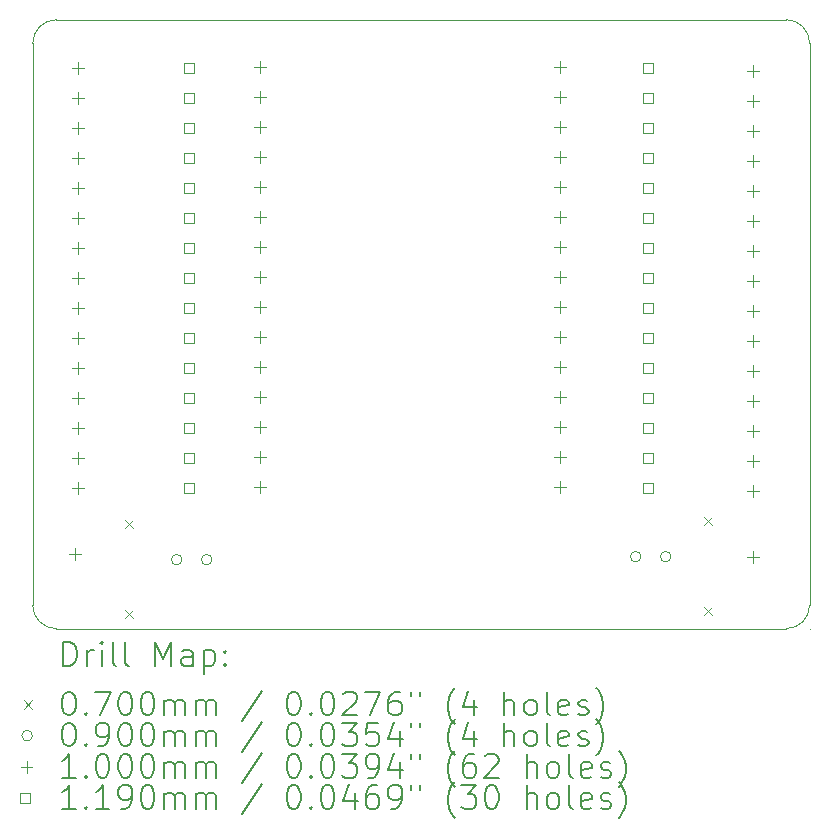
<source format=gbr>
%TF.GenerationSoftware,KiCad,Pcbnew,8.0.7*%
%TF.CreationDate,2025-01-22T20:40:01+05:30*%
%TF.ProjectId,Esp_Test,4573705f-5465-4737-942e-6b696361645f,rev?*%
%TF.SameCoordinates,Original*%
%TF.FileFunction,Drillmap*%
%TF.FilePolarity,Positive*%
%FSLAX45Y45*%
G04 Gerber Fmt 4.5, Leading zero omitted, Abs format (unit mm)*
G04 Created by KiCad (PCBNEW 8.0.7) date 2025-01-22 20:40:01*
%MOMM*%
%LPD*%
G01*
G04 APERTURE LIST*
%ADD10C,0.038100*%
%ADD11C,0.200000*%
%ADD12C,0.100000*%
%ADD13C,0.119000*%
G04 APERTURE END LIST*
D10*
X25835000Y-3581400D02*
G75*
G02*
X26035000Y-3781400I0J-200000D01*
G01*
X19656400Y-3581400D02*
X25835000Y-3581400D01*
X19456400Y-3781400D02*
G75*
G02*
X19656400Y-3581400I200000J0D01*
G01*
X19656400Y-8737600D02*
X25835000Y-8737600D01*
X26035000Y-8737600D02*
X26035000Y-8737600D01*
X26035000Y-3781400D02*
X26035000Y-8537600D01*
X19656400Y-8737600D02*
G75*
G02*
X19456400Y-8537600I0J200000D01*
G01*
X26035000Y-8537600D02*
G75*
G02*
X25835000Y-8737600I-200000J0D01*
G01*
X19456400Y-8537600D02*
X19456400Y-3781400D01*
D11*
D12*
X20234200Y-7813600D02*
X20304200Y-7883600D01*
X20304200Y-7813600D02*
X20234200Y-7883600D01*
X20234200Y-8575600D02*
X20304200Y-8645600D01*
X20304200Y-8575600D02*
X20234200Y-8645600D01*
X25136400Y-7788200D02*
X25206400Y-7858200D01*
X25206400Y-7788200D02*
X25136400Y-7858200D01*
X25136400Y-8550200D02*
X25206400Y-8620200D01*
X25206400Y-8550200D02*
X25136400Y-8620200D01*
X20720100Y-8153400D02*
G75*
G02*
X20630100Y-8153400I-45000J0D01*
G01*
X20630100Y-8153400D02*
G75*
G02*
X20720100Y-8153400I45000J0D01*
G01*
X20974100Y-8153400D02*
G75*
G02*
X20884100Y-8153400I-45000J0D01*
G01*
X20884100Y-8153400D02*
G75*
G02*
X20974100Y-8153400I45000J0D01*
G01*
X24606800Y-8128000D02*
G75*
G02*
X24516800Y-8128000I-45000J0D01*
G01*
X24516800Y-8128000D02*
G75*
G02*
X24606800Y-8128000I45000J0D01*
G01*
X24860800Y-8128000D02*
G75*
G02*
X24770800Y-8128000I-45000J0D01*
G01*
X24770800Y-8128000D02*
G75*
G02*
X24860800Y-8128000I45000J0D01*
G01*
X19812000Y-8052600D02*
X19812000Y-8152600D01*
X19762000Y-8102600D02*
X19862000Y-8102600D01*
X19837400Y-3937800D02*
X19837400Y-4037800D01*
X19787400Y-3987800D02*
X19887400Y-3987800D01*
X19837400Y-4191800D02*
X19837400Y-4291800D01*
X19787400Y-4241800D02*
X19887400Y-4241800D01*
X19837400Y-4445800D02*
X19837400Y-4545800D01*
X19787400Y-4495800D02*
X19887400Y-4495800D01*
X19837400Y-4699800D02*
X19837400Y-4799800D01*
X19787400Y-4749800D02*
X19887400Y-4749800D01*
X19837400Y-4953800D02*
X19837400Y-5053800D01*
X19787400Y-5003800D02*
X19887400Y-5003800D01*
X19837400Y-5207800D02*
X19837400Y-5307800D01*
X19787400Y-5257800D02*
X19887400Y-5257800D01*
X19837400Y-5461800D02*
X19837400Y-5561800D01*
X19787400Y-5511800D02*
X19887400Y-5511800D01*
X19837400Y-5715800D02*
X19837400Y-5815800D01*
X19787400Y-5765800D02*
X19887400Y-5765800D01*
X19837400Y-5969800D02*
X19837400Y-6069800D01*
X19787400Y-6019800D02*
X19887400Y-6019800D01*
X19837400Y-6223800D02*
X19837400Y-6323800D01*
X19787400Y-6273800D02*
X19887400Y-6273800D01*
X19837400Y-6477800D02*
X19837400Y-6577800D01*
X19787400Y-6527800D02*
X19887400Y-6527800D01*
X19837400Y-6731800D02*
X19837400Y-6831800D01*
X19787400Y-6781800D02*
X19887400Y-6781800D01*
X19837400Y-6985800D02*
X19837400Y-7085800D01*
X19787400Y-7035800D02*
X19887400Y-7035800D01*
X19837400Y-7239800D02*
X19837400Y-7339800D01*
X19787400Y-7289800D02*
X19887400Y-7289800D01*
X19837400Y-7493800D02*
X19837400Y-7593800D01*
X19787400Y-7543800D02*
X19887400Y-7543800D01*
X21380000Y-3929000D02*
X21380000Y-4029000D01*
X21330000Y-3979000D02*
X21430000Y-3979000D01*
X21380000Y-4183000D02*
X21380000Y-4283000D01*
X21330000Y-4233000D02*
X21430000Y-4233000D01*
X21380000Y-4437000D02*
X21380000Y-4537000D01*
X21330000Y-4487000D02*
X21430000Y-4487000D01*
X21380000Y-4691000D02*
X21380000Y-4791000D01*
X21330000Y-4741000D02*
X21430000Y-4741000D01*
X21380000Y-4945000D02*
X21380000Y-5045000D01*
X21330000Y-4995000D02*
X21430000Y-4995000D01*
X21380000Y-5199000D02*
X21380000Y-5299000D01*
X21330000Y-5249000D02*
X21430000Y-5249000D01*
X21380000Y-5453000D02*
X21380000Y-5553000D01*
X21330000Y-5503000D02*
X21430000Y-5503000D01*
X21380000Y-5707000D02*
X21380000Y-5807000D01*
X21330000Y-5757000D02*
X21430000Y-5757000D01*
X21380000Y-5961000D02*
X21380000Y-6061000D01*
X21330000Y-6011000D02*
X21430000Y-6011000D01*
X21380000Y-6215000D02*
X21380000Y-6315000D01*
X21330000Y-6265000D02*
X21430000Y-6265000D01*
X21380000Y-6469000D02*
X21380000Y-6569000D01*
X21330000Y-6519000D02*
X21430000Y-6519000D01*
X21380000Y-6723000D02*
X21380000Y-6823000D01*
X21330000Y-6773000D02*
X21430000Y-6773000D01*
X21380000Y-6977000D02*
X21380000Y-7077000D01*
X21330000Y-7027000D02*
X21430000Y-7027000D01*
X21380000Y-7231000D02*
X21380000Y-7331000D01*
X21330000Y-7281000D02*
X21430000Y-7281000D01*
X21380000Y-7485000D02*
X21380000Y-7585000D01*
X21330000Y-7535000D02*
X21430000Y-7535000D01*
X23920000Y-3929000D02*
X23920000Y-4029000D01*
X23870000Y-3979000D02*
X23970000Y-3979000D01*
X23920000Y-4183000D02*
X23920000Y-4283000D01*
X23870000Y-4233000D02*
X23970000Y-4233000D01*
X23920000Y-4437000D02*
X23920000Y-4537000D01*
X23870000Y-4487000D02*
X23970000Y-4487000D01*
X23920000Y-4691000D02*
X23920000Y-4791000D01*
X23870000Y-4741000D02*
X23970000Y-4741000D01*
X23920000Y-4945000D02*
X23920000Y-5045000D01*
X23870000Y-4995000D02*
X23970000Y-4995000D01*
X23920000Y-5199000D02*
X23920000Y-5299000D01*
X23870000Y-5249000D02*
X23970000Y-5249000D01*
X23920000Y-5453000D02*
X23920000Y-5553000D01*
X23870000Y-5503000D02*
X23970000Y-5503000D01*
X23920000Y-5707000D02*
X23920000Y-5807000D01*
X23870000Y-5757000D02*
X23970000Y-5757000D01*
X23920000Y-5961000D02*
X23920000Y-6061000D01*
X23870000Y-6011000D02*
X23970000Y-6011000D01*
X23920000Y-6215000D02*
X23920000Y-6315000D01*
X23870000Y-6265000D02*
X23970000Y-6265000D01*
X23920000Y-6469000D02*
X23920000Y-6569000D01*
X23870000Y-6519000D02*
X23970000Y-6519000D01*
X23920000Y-6723000D02*
X23920000Y-6823000D01*
X23870000Y-6773000D02*
X23970000Y-6773000D01*
X23920000Y-6977000D02*
X23920000Y-7077000D01*
X23870000Y-7027000D02*
X23970000Y-7027000D01*
X23920000Y-7231000D02*
X23920000Y-7331000D01*
X23870000Y-7281000D02*
X23970000Y-7281000D01*
X23920000Y-7485000D02*
X23920000Y-7585000D01*
X23870000Y-7535000D02*
X23970000Y-7535000D01*
X25552400Y-3963200D02*
X25552400Y-4063200D01*
X25502400Y-4013200D02*
X25602400Y-4013200D01*
X25552400Y-4217200D02*
X25552400Y-4317200D01*
X25502400Y-4267200D02*
X25602400Y-4267200D01*
X25552400Y-4471200D02*
X25552400Y-4571200D01*
X25502400Y-4521200D02*
X25602400Y-4521200D01*
X25552400Y-4725200D02*
X25552400Y-4825200D01*
X25502400Y-4775200D02*
X25602400Y-4775200D01*
X25552400Y-4979200D02*
X25552400Y-5079200D01*
X25502400Y-5029200D02*
X25602400Y-5029200D01*
X25552400Y-5233200D02*
X25552400Y-5333200D01*
X25502400Y-5283200D02*
X25602400Y-5283200D01*
X25552400Y-5487200D02*
X25552400Y-5587200D01*
X25502400Y-5537200D02*
X25602400Y-5537200D01*
X25552400Y-5741200D02*
X25552400Y-5841200D01*
X25502400Y-5791200D02*
X25602400Y-5791200D01*
X25552400Y-5995200D02*
X25552400Y-6095200D01*
X25502400Y-6045200D02*
X25602400Y-6045200D01*
X25552400Y-6249200D02*
X25552400Y-6349200D01*
X25502400Y-6299200D02*
X25602400Y-6299200D01*
X25552400Y-6503200D02*
X25552400Y-6603200D01*
X25502400Y-6553200D02*
X25602400Y-6553200D01*
X25552400Y-6757200D02*
X25552400Y-6857200D01*
X25502400Y-6807200D02*
X25602400Y-6807200D01*
X25552400Y-7011200D02*
X25552400Y-7111200D01*
X25502400Y-7061200D02*
X25602400Y-7061200D01*
X25552400Y-7265200D02*
X25552400Y-7365200D01*
X25502400Y-7315200D02*
X25602400Y-7315200D01*
X25552400Y-7519200D02*
X25552400Y-7619200D01*
X25502400Y-7569200D02*
X25602400Y-7569200D01*
X25552400Y-8078000D02*
X25552400Y-8178000D01*
X25502400Y-8128000D02*
X25602400Y-8128000D01*
D13*
X20819273Y-4029873D02*
X20819273Y-3945727D01*
X20735127Y-3945727D01*
X20735127Y-4029873D01*
X20819273Y-4029873D01*
X20819273Y-4283873D02*
X20819273Y-4199727D01*
X20735127Y-4199727D01*
X20735127Y-4283873D01*
X20819273Y-4283873D01*
X20819273Y-4537873D02*
X20819273Y-4453727D01*
X20735127Y-4453727D01*
X20735127Y-4537873D01*
X20819273Y-4537873D01*
X20819273Y-4791873D02*
X20819273Y-4707727D01*
X20735127Y-4707727D01*
X20735127Y-4791873D01*
X20819273Y-4791873D01*
X20819273Y-5045873D02*
X20819273Y-4961727D01*
X20735127Y-4961727D01*
X20735127Y-5045873D01*
X20819273Y-5045873D01*
X20819273Y-5299873D02*
X20819273Y-5215727D01*
X20735127Y-5215727D01*
X20735127Y-5299873D01*
X20819273Y-5299873D01*
X20819273Y-5553873D02*
X20819273Y-5469727D01*
X20735127Y-5469727D01*
X20735127Y-5553873D01*
X20819273Y-5553873D01*
X20819273Y-5807873D02*
X20819273Y-5723727D01*
X20735127Y-5723727D01*
X20735127Y-5807873D01*
X20819273Y-5807873D01*
X20819273Y-6061873D02*
X20819273Y-5977727D01*
X20735127Y-5977727D01*
X20735127Y-6061873D01*
X20819273Y-6061873D01*
X20819273Y-6315873D02*
X20819273Y-6231727D01*
X20735127Y-6231727D01*
X20735127Y-6315873D01*
X20819273Y-6315873D01*
X20819273Y-6569873D02*
X20819273Y-6485727D01*
X20735127Y-6485727D01*
X20735127Y-6569873D01*
X20819273Y-6569873D01*
X20819273Y-6823873D02*
X20819273Y-6739727D01*
X20735127Y-6739727D01*
X20735127Y-6823873D01*
X20819273Y-6823873D01*
X20819273Y-7077873D02*
X20819273Y-6993727D01*
X20735127Y-6993727D01*
X20735127Y-7077873D01*
X20819273Y-7077873D01*
X20819273Y-7331873D02*
X20819273Y-7247727D01*
X20735127Y-7247727D01*
X20735127Y-7331873D01*
X20819273Y-7331873D01*
X20819273Y-7585873D02*
X20819273Y-7501727D01*
X20735127Y-7501727D01*
X20735127Y-7585873D01*
X20819273Y-7585873D01*
X24705473Y-4029873D02*
X24705473Y-3945727D01*
X24621327Y-3945727D01*
X24621327Y-4029873D01*
X24705473Y-4029873D01*
X24705473Y-4283873D02*
X24705473Y-4199727D01*
X24621327Y-4199727D01*
X24621327Y-4283873D01*
X24705473Y-4283873D01*
X24705473Y-4537873D02*
X24705473Y-4453727D01*
X24621327Y-4453727D01*
X24621327Y-4537873D01*
X24705473Y-4537873D01*
X24705473Y-4791873D02*
X24705473Y-4707727D01*
X24621327Y-4707727D01*
X24621327Y-4791873D01*
X24705473Y-4791873D01*
X24705473Y-5045873D02*
X24705473Y-4961727D01*
X24621327Y-4961727D01*
X24621327Y-5045873D01*
X24705473Y-5045873D01*
X24705473Y-5299873D02*
X24705473Y-5215727D01*
X24621327Y-5215727D01*
X24621327Y-5299873D01*
X24705473Y-5299873D01*
X24705473Y-5553873D02*
X24705473Y-5469727D01*
X24621327Y-5469727D01*
X24621327Y-5553873D01*
X24705473Y-5553873D01*
X24705473Y-5807873D02*
X24705473Y-5723727D01*
X24621327Y-5723727D01*
X24621327Y-5807873D01*
X24705473Y-5807873D01*
X24705473Y-6061873D02*
X24705473Y-5977727D01*
X24621327Y-5977727D01*
X24621327Y-6061873D01*
X24705473Y-6061873D01*
X24705473Y-6315873D02*
X24705473Y-6231727D01*
X24621327Y-6231727D01*
X24621327Y-6315873D01*
X24705473Y-6315873D01*
X24705473Y-6569873D02*
X24705473Y-6485727D01*
X24621327Y-6485727D01*
X24621327Y-6569873D01*
X24705473Y-6569873D01*
X24705473Y-6823873D02*
X24705473Y-6739727D01*
X24621327Y-6739727D01*
X24621327Y-6823873D01*
X24705473Y-6823873D01*
X24705473Y-7077873D02*
X24705473Y-6993727D01*
X24621327Y-6993727D01*
X24621327Y-7077873D01*
X24705473Y-7077873D01*
X24705473Y-7331873D02*
X24705473Y-7247727D01*
X24621327Y-7247727D01*
X24621327Y-7331873D01*
X24705473Y-7331873D01*
X24705473Y-7585873D02*
X24705473Y-7501727D01*
X24621327Y-7501727D01*
X24621327Y-7585873D01*
X24705473Y-7585873D01*
D11*
X19715272Y-9050989D02*
X19715272Y-8850989D01*
X19715272Y-8850989D02*
X19762891Y-8850989D01*
X19762891Y-8850989D02*
X19791462Y-8860513D01*
X19791462Y-8860513D02*
X19810510Y-8879560D01*
X19810510Y-8879560D02*
X19820034Y-8898608D01*
X19820034Y-8898608D02*
X19829558Y-8936703D01*
X19829558Y-8936703D02*
X19829558Y-8965275D01*
X19829558Y-8965275D02*
X19820034Y-9003370D01*
X19820034Y-9003370D02*
X19810510Y-9022417D01*
X19810510Y-9022417D02*
X19791462Y-9041465D01*
X19791462Y-9041465D02*
X19762891Y-9050989D01*
X19762891Y-9050989D02*
X19715272Y-9050989D01*
X19915272Y-9050989D02*
X19915272Y-8917655D01*
X19915272Y-8955751D02*
X19924796Y-8936703D01*
X19924796Y-8936703D02*
X19934319Y-8927179D01*
X19934319Y-8927179D02*
X19953367Y-8917655D01*
X19953367Y-8917655D02*
X19972415Y-8917655D01*
X20039081Y-9050989D02*
X20039081Y-8917655D01*
X20039081Y-8850989D02*
X20029558Y-8860513D01*
X20029558Y-8860513D02*
X20039081Y-8870036D01*
X20039081Y-8870036D02*
X20048605Y-8860513D01*
X20048605Y-8860513D02*
X20039081Y-8850989D01*
X20039081Y-8850989D02*
X20039081Y-8870036D01*
X20162891Y-9050989D02*
X20143843Y-9041465D01*
X20143843Y-9041465D02*
X20134319Y-9022417D01*
X20134319Y-9022417D02*
X20134319Y-8850989D01*
X20267653Y-9050989D02*
X20248605Y-9041465D01*
X20248605Y-9041465D02*
X20239081Y-9022417D01*
X20239081Y-9022417D02*
X20239081Y-8850989D01*
X20496224Y-9050989D02*
X20496224Y-8850989D01*
X20496224Y-8850989D02*
X20562891Y-8993846D01*
X20562891Y-8993846D02*
X20629558Y-8850989D01*
X20629558Y-8850989D02*
X20629558Y-9050989D01*
X20810510Y-9050989D02*
X20810510Y-8946227D01*
X20810510Y-8946227D02*
X20800986Y-8927179D01*
X20800986Y-8927179D02*
X20781939Y-8917655D01*
X20781939Y-8917655D02*
X20743843Y-8917655D01*
X20743843Y-8917655D02*
X20724796Y-8927179D01*
X20810510Y-9041465D02*
X20791462Y-9050989D01*
X20791462Y-9050989D02*
X20743843Y-9050989D01*
X20743843Y-9050989D02*
X20724796Y-9041465D01*
X20724796Y-9041465D02*
X20715272Y-9022417D01*
X20715272Y-9022417D02*
X20715272Y-9003370D01*
X20715272Y-9003370D02*
X20724796Y-8984322D01*
X20724796Y-8984322D02*
X20743843Y-8974798D01*
X20743843Y-8974798D02*
X20791462Y-8974798D01*
X20791462Y-8974798D02*
X20810510Y-8965275D01*
X20905748Y-8917655D02*
X20905748Y-9117655D01*
X20905748Y-8927179D02*
X20924796Y-8917655D01*
X20924796Y-8917655D02*
X20962891Y-8917655D01*
X20962891Y-8917655D02*
X20981939Y-8927179D01*
X20981939Y-8927179D02*
X20991462Y-8936703D01*
X20991462Y-8936703D02*
X21000986Y-8955751D01*
X21000986Y-8955751D02*
X21000986Y-9012894D01*
X21000986Y-9012894D02*
X20991462Y-9031941D01*
X20991462Y-9031941D02*
X20981939Y-9041465D01*
X20981939Y-9041465D02*
X20962891Y-9050989D01*
X20962891Y-9050989D02*
X20924796Y-9050989D01*
X20924796Y-9050989D02*
X20905748Y-9041465D01*
X21086700Y-9031941D02*
X21096224Y-9041465D01*
X21096224Y-9041465D02*
X21086700Y-9050989D01*
X21086700Y-9050989D02*
X21077177Y-9041465D01*
X21077177Y-9041465D02*
X21086700Y-9031941D01*
X21086700Y-9031941D02*
X21086700Y-9050989D01*
X21086700Y-8927179D02*
X21096224Y-8936703D01*
X21096224Y-8936703D02*
X21086700Y-8946227D01*
X21086700Y-8946227D02*
X21077177Y-8936703D01*
X21077177Y-8936703D02*
X21086700Y-8927179D01*
X21086700Y-8927179D02*
X21086700Y-8946227D01*
D12*
X19384495Y-9344505D02*
X19454495Y-9414505D01*
X19454495Y-9344505D02*
X19384495Y-9414505D01*
D11*
X19753367Y-9270989D02*
X19772415Y-9270989D01*
X19772415Y-9270989D02*
X19791462Y-9280513D01*
X19791462Y-9280513D02*
X19800986Y-9290036D01*
X19800986Y-9290036D02*
X19810510Y-9309084D01*
X19810510Y-9309084D02*
X19820034Y-9347179D01*
X19820034Y-9347179D02*
X19820034Y-9394798D01*
X19820034Y-9394798D02*
X19810510Y-9432894D01*
X19810510Y-9432894D02*
X19800986Y-9451941D01*
X19800986Y-9451941D02*
X19791462Y-9461465D01*
X19791462Y-9461465D02*
X19772415Y-9470989D01*
X19772415Y-9470989D02*
X19753367Y-9470989D01*
X19753367Y-9470989D02*
X19734319Y-9461465D01*
X19734319Y-9461465D02*
X19724796Y-9451941D01*
X19724796Y-9451941D02*
X19715272Y-9432894D01*
X19715272Y-9432894D02*
X19705748Y-9394798D01*
X19705748Y-9394798D02*
X19705748Y-9347179D01*
X19705748Y-9347179D02*
X19715272Y-9309084D01*
X19715272Y-9309084D02*
X19724796Y-9290036D01*
X19724796Y-9290036D02*
X19734319Y-9280513D01*
X19734319Y-9280513D02*
X19753367Y-9270989D01*
X19905748Y-9451941D02*
X19915272Y-9461465D01*
X19915272Y-9461465D02*
X19905748Y-9470989D01*
X19905748Y-9470989D02*
X19896224Y-9461465D01*
X19896224Y-9461465D02*
X19905748Y-9451941D01*
X19905748Y-9451941D02*
X19905748Y-9470989D01*
X19981939Y-9270989D02*
X20115272Y-9270989D01*
X20115272Y-9270989D02*
X20029558Y-9470989D01*
X20229558Y-9270989D02*
X20248605Y-9270989D01*
X20248605Y-9270989D02*
X20267653Y-9280513D01*
X20267653Y-9280513D02*
X20277177Y-9290036D01*
X20277177Y-9290036D02*
X20286700Y-9309084D01*
X20286700Y-9309084D02*
X20296224Y-9347179D01*
X20296224Y-9347179D02*
X20296224Y-9394798D01*
X20296224Y-9394798D02*
X20286700Y-9432894D01*
X20286700Y-9432894D02*
X20277177Y-9451941D01*
X20277177Y-9451941D02*
X20267653Y-9461465D01*
X20267653Y-9461465D02*
X20248605Y-9470989D01*
X20248605Y-9470989D02*
X20229558Y-9470989D01*
X20229558Y-9470989D02*
X20210510Y-9461465D01*
X20210510Y-9461465D02*
X20200986Y-9451941D01*
X20200986Y-9451941D02*
X20191462Y-9432894D01*
X20191462Y-9432894D02*
X20181939Y-9394798D01*
X20181939Y-9394798D02*
X20181939Y-9347179D01*
X20181939Y-9347179D02*
X20191462Y-9309084D01*
X20191462Y-9309084D02*
X20200986Y-9290036D01*
X20200986Y-9290036D02*
X20210510Y-9280513D01*
X20210510Y-9280513D02*
X20229558Y-9270989D01*
X20420034Y-9270989D02*
X20439081Y-9270989D01*
X20439081Y-9270989D02*
X20458129Y-9280513D01*
X20458129Y-9280513D02*
X20467653Y-9290036D01*
X20467653Y-9290036D02*
X20477177Y-9309084D01*
X20477177Y-9309084D02*
X20486700Y-9347179D01*
X20486700Y-9347179D02*
X20486700Y-9394798D01*
X20486700Y-9394798D02*
X20477177Y-9432894D01*
X20477177Y-9432894D02*
X20467653Y-9451941D01*
X20467653Y-9451941D02*
X20458129Y-9461465D01*
X20458129Y-9461465D02*
X20439081Y-9470989D01*
X20439081Y-9470989D02*
X20420034Y-9470989D01*
X20420034Y-9470989D02*
X20400986Y-9461465D01*
X20400986Y-9461465D02*
X20391462Y-9451941D01*
X20391462Y-9451941D02*
X20381939Y-9432894D01*
X20381939Y-9432894D02*
X20372415Y-9394798D01*
X20372415Y-9394798D02*
X20372415Y-9347179D01*
X20372415Y-9347179D02*
X20381939Y-9309084D01*
X20381939Y-9309084D02*
X20391462Y-9290036D01*
X20391462Y-9290036D02*
X20400986Y-9280513D01*
X20400986Y-9280513D02*
X20420034Y-9270989D01*
X20572415Y-9470989D02*
X20572415Y-9337655D01*
X20572415Y-9356703D02*
X20581939Y-9347179D01*
X20581939Y-9347179D02*
X20600986Y-9337655D01*
X20600986Y-9337655D02*
X20629558Y-9337655D01*
X20629558Y-9337655D02*
X20648605Y-9347179D01*
X20648605Y-9347179D02*
X20658129Y-9366227D01*
X20658129Y-9366227D02*
X20658129Y-9470989D01*
X20658129Y-9366227D02*
X20667653Y-9347179D01*
X20667653Y-9347179D02*
X20686700Y-9337655D01*
X20686700Y-9337655D02*
X20715272Y-9337655D01*
X20715272Y-9337655D02*
X20734320Y-9347179D01*
X20734320Y-9347179D02*
X20743843Y-9366227D01*
X20743843Y-9366227D02*
X20743843Y-9470989D01*
X20839081Y-9470989D02*
X20839081Y-9337655D01*
X20839081Y-9356703D02*
X20848605Y-9347179D01*
X20848605Y-9347179D02*
X20867653Y-9337655D01*
X20867653Y-9337655D02*
X20896224Y-9337655D01*
X20896224Y-9337655D02*
X20915272Y-9347179D01*
X20915272Y-9347179D02*
X20924796Y-9366227D01*
X20924796Y-9366227D02*
X20924796Y-9470989D01*
X20924796Y-9366227D02*
X20934320Y-9347179D01*
X20934320Y-9347179D02*
X20953367Y-9337655D01*
X20953367Y-9337655D02*
X20981939Y-9337655D01*
X20981939Y-9337655D02*
X21000986Y-9347179D01*
X21000986Y-9347179D02*
X21010510Y-9366227D01*
X21010510Y-9366227D02*
X21010510Y-9470989D01*
X21400986Y-9261465D02*
X21229558Y-9518608D01*
X21658129Y-9270989D02*
X21677177Y-9270989D01*
X21677177Y-9270989D02*
X21696224Y-9280513D01*
X21696224Y-9280513D02*
X21705748Y-9290036D01*
X21705748Y-9290036D02*
X21715272Y-9309084D01*
X21715272Y-9309084D02*
X21724796Y-9347179D01*
X21724796Y-9347179D02*
X21724796Y-9394798D01*
X21724796Y-9394798D02*
X21715272Y-9432894D01*
X21715272Y-9432894D02*
X21705748Y-9451941D01*
X21705748Y-9451941D02*
X21696224Y-9461465D01*
X21696224Y-9461465D02*
X21677177Y-9470989D01*
X21677177Y-9470989D02*
X21658129Y-9470989D01*
X21658129Y-9470989D02*
X21639082Y-9461465D01*
X21639082Y-9461465D02*
X21629558Y-9451941D01*
X21629558Y-9451941D02*
X21620034Y-9432894D01*
X21620034Y-9432894D02*
X21610510Y-9394798D01*
X21610510Y-9394798D02*
X21610510Y-9347179D01*
X21610510Y-9347179D02*
X21620034Y-9309084D01*
X21620034Y-9309084D02*
X21629558Y-9290036D01*
X21629558Y-9290036D02*
X21639082Y-9280513D01*
X21639082Y-9280513D02*
X21658129Y-9270989D01*
X21810510Y-9451941D02*
X21820034Y-9461465D01*
X21820034Y-9461465D02*
X21810510Y-9470989D01*
X21810510Y-9470989D02*
X21800986Y-9461465D01*
X21800986Y-9461465D02*
X21810510Y-9451941D01*
X21810510Y-9451941D02*
X21810510Y-9470989D01*
X21943843Y-9270989D02*
X21962891Y-9270989D01*
X21962891Y-9270989D02*
X21981939Y-9280513D01*
X21981939Y-9280513D02*
X21991463Y-9290036D01*
X21991463Y-9290036D02*
X22000986Y-9309084D01*
X22000986Y-9309084D02*
X22010510Y-9347179D01*
X22010510Y-9347179D02*
X22010510Y-9394798D01*
X22010510Y-9394798D02*
X22000986Y-9432894D01*
X22000986Y-9432894D02*
X21991463Y-9451941D01*
X21991463Y-9451941D02*
X21981939Y-9461465D01*
X21981939Y-9461465D02*
X21962891Y-9470989D01*
X21962891Y-9470989D02*
X21943843Y-9470989D01*
X21943843Y-9470989D02*
X21924796Y-9461465D01*
X21924796Y-9461465D02*
X21915272Y-9451941D01*
X21915272Y-9451941D02*
X21905748Y-9432894D01*
X21905748Y-9432894D02*
X21896224Y-9394798D01*
X21896224Y-9394798D02*
X21896224Y-9347179D01*
X21896224Y-9347179D02*
X21905748Y-9309084D01*
X21905748Y-9309084D02*
X21915272Y-9290036D01*
X21915272Y-9290036D02*
X21924796Y-9280513D01*
X21924796Y-9280513D02*
X21943843Y-9270989D01*
X22086701Y-9290036D02*
X22096224Y-9280513D01*
X22096224Y-9280513D02*
X22115272Y-9270989D01*
X22115272Y-9270989D02*
X22162891Y-9270989D01*
X22162891Y-9270989D02*
X22181939Y-9280513D01*
X22181939Y-9280513D02*
X22191463Y-9290036D01*
X22191463Y-9290036D02*
X22200986Y-9309084D01*
X22200986Y-9309084D02*
X22200986Y-9328132D01*
X22200986Y-9328132D02*
X22191463Y-9356703D01*
X22191463Y-9356703D02*
X22077177Y-9470989D01*
X22077177Y-9470989D02*
X22200986Y-9470989D01*
X22267653Y-9270989D02*
X22400986Y-9270989D01*
X22400986Y-9270989D02*
X22315272Y-9470989D01*
X22562891Y-9270989D02*
X22524796Y-9270989D01*
X22524796Y-9270989D02*
X22505748Y-9280513D01*
X22505748Y-9280513D02*
X22496224Y-9290036D01*
X22496224Y-9290036D02*
X22477177Y-9318608D01*
X22477177Y-9318608D02*
X22467653Y-9356703D01*
X22467653Y-9356703D02*
X22467653Y-9432894D01*
X22467653Y-9432894D02*
X22477177Y-9451941D01*
X22477177Y-9451941D02*
X22486701Y-9461465D01*
X22486701Y-9461465D02*
X22505748Y-9470989D01*
X22505748Y-9470989D02*
X22543843Y-9470989D01*
X22543843Y-9470989D02*
X22562891Y-9461465D01*
X22562891Y-9461465D02*
X22572415Y-9451941D01*
X22572415Y-9451941D02*
X22581939Y-9432894D01*
X22581939Y-9432894D02*
X22581939Y-9385275D01*
X22581939Y-9385275D02*
X22572415Y-9366227D01*
X22572415Y-9366227D02*
X22562891Y-9356703D01*
X22562891Y-9356703D02*
X22543843Y-9347179D01*
X22543843Y-9347179D02*
X22505748Y-9347179D01*
X22505748Y-9347179D02*
X22486701Y-9356703D01*
X22486701Y-9356703D02*
X22477177Y-9366227D01*
X22477177Y-9366227D02*
X22467653Y-9385275D01*
X22658129Y-9270989D02*
X22658129Y-9309084D01*
X22734320Y-9270989D02*
X22734320Y-9309084D01*
X23029558Y-9547179D02*
X23020034Y-9537655D01*
X23020034Y-9537655D02*
X23000986Y-9509084D01*
X23000986Y-9509084D02*
X22991463Y-9490036D01*
X22991463Y-9490036D02*
X22981939Y-9461465D01*
X22981939Y-9461465D02*
X22972415Y-9413846D01*
X22972415Y-9413846D02*
X22972415Y-9375751D01*
X22972415Y-9375751D02*
X22981939Y-9328132D01*
X22981939Y-9328132D02*
X22991463Y-9299560D01*
X22991463Y-9299560D02*
X23000986Y-9280513D01*
X23000986Y-9280513D02*
X23020034Y-9251941D01*
X23020034Y-9251941D02*
X23029558Y-9242417D01*
X23191463Y-9337655D02*
X23191463Y-9470989D01*
X23143843Y-9261465D02*
X23096224Y-9404322D01*
X23096224Y-9404322D02*
X23220034Y-9404322D01*
X23448605Y-9470989D02*
X23448605Y-9270989D01*
X23534320Y-9470989D02*
X23534320Y-9366227D01*
X23534320Y-9366227D02*
X23524796Y-9347179D01*
X23524796Y-9347179D02*
X23505748Y-9337655D01*
X23505748Y-9337655D02*
X23477177Y-9337655D01*
X23477177Y-9337655D02*
X23458129Y-9347179D01*
X23458129Y-9347179D02*
X23448605Y-9356703D01*
X23658129Y-9470989D02*
X23639082Y-9461465D01*
X23639082Y-9461465D02*
X23629558Y-9451941D01*
X23629558Y-9451941D02*
X23620034Y-9432894D01*
X23620034Y-9432894D02*
X23620034Y-9375751D01*
X23620034Y-9375751D02*
X23629558Y-9356703D01*
X23629558Y-9356703D02*
X23639082Y-9347179D01*
X23639082Y-9347179D02*
X23658129Y-9337655D01*
X23658129Y-9337655D02*
X23686701Y-9337655D01*
X23686701Y-9337655D02*
X23705748Y-9347179D01*
X23705748Y-9347179D02*
X23715272Y-9356703D01*
X23715272Y-9356703D02*
X23724796Y-9375751D01*
X23724796Y-9375751D02*
X23724796Y-9432894D01*
X23724796Y-9432894D02*
X23715272Y-9451941D01*
X23715272Y-9451941D02*
X23705748Y-9461465D01*
X23705748Y-9461465D02*
X23686701Y-9470989D01*
X23686701Y-9470989D02*
X23658129Y-9470989D01*
X23839082Y-9470989D02*
X23820034Y-9461465D01*
X23820034Y-9461465D02*
X23810510Y-9442417D01*
X23810510Y-9442417D02*
X23810510Y-9270989D01*
X23991463Y-9461465D02*
X23972415Y-9470989D01*
X23972415Y-9470989D02*
X23934320Y-9470989D01*
X23934320Y-9470989D02*
X23915272Y-9461465D01*
X23915272Y-9461465D02*
X23905748Y-9442417D01*
X23905748Y-9442417D02*
X23905748Y-9366227D01*
X23905748Y-9366227D02*
X23915272Y-9347179D01*
X23915272Y-9347179D02*
X23934320Y-9337655D01*
X23934320Y-9337655D02*
X23972415Y-9337655D01*
X23972415Y-9337655D02*
X23991463Y-9347179D01*
X23991463Y-9347179D02*
X24000986Y-9366227D01*
X24000986Y-9366227D02*
X24000986Y-9385275D01*
X24000986Y-9385275D02*
X23905748Y-9404322D01*
X24077177Y-9461465D02*
X24096225Y-9470989D01*
X24096225Y-9470989D02*
X24134320Y-9470989D01*
X24134320Y-9470989D02*
X24153367Y-9461465D01*
X24153367Y-9461465D02*
X24162891Y-9442417D01*
X24162891Y-9442417D02*
X24162891Y-9432894D01*
X24162891Y-9432894D02*
X24153367Y-9413846D01*
X24153367Y-9413846D02*
X24134320Y-9404322D01*
X24134320Y-9404322D02*
X24105748Y-9404322D01*
X24105748Y-9404322D02*
X24086701Y-9394798D01*
X24086701Y-9394798D02*
X24077177Y-9375751D01*
X24077177Y-9375751D02*
X24077177Y-9366227D01*
X24077177Y-9366227D02*
X24086701Y-9347179D01*
X24086701Y-9347179D02*
X24105748Y-9337655D01*
X24105748Y-9337655D02*
X24134320Y-9337655D01*
X24134320Y-9337655D02*
X24153367Y-9347179D01*
X24229558Y-9547179D02*
X24239082Y-9537655D01*
X24239082Y-9537655D02*
X24258129Y-9509084D01*
X24258129Y-9509084D02*
X24267653Y-9490036D01*
X24267653Y-9490036D02*
X24277177Y-9461465D01*
X24277177Y-9461465D02*
X24286701Y-9413846D01*
X24286701Y-9413846D02*
X24286701Y-9375751D01*
X24286701Y-9375751D02*
X24277177Y-9328132D01*
X24277177Y-9328132D02*
X24267653Y-9299560D01*
X24267653Y-9299560D02*
X24258129Y-9280513D01*
X24258129Y-9280513D02*
X24239082Y-9251941D01*
X24239082Y-9251941D02*
X24229558Y-9242417D01*
D12*
X19454495Y-9643505D02*
G75*
G02*
X19364495Y-9643505I-45000J0D01*
G01*
X19364495Y-9643505D02*
G75*
G02*
X19454495Y-9643505I45000J0D01*
G01*
D11*
X19753367Y-9534989D02*
X19772415Y-9534989D01*
X19772415Y-9534989D02*
X19791462Y-9544513D01*
X19791462Y-9544513D02*
X19800986Y-9554036D01*
X19800986Y-9554036D02*
X19810510Y-9573084D01*
X19810510Y-9573084D02*
X19820034Y-9611179D01*
X19820034Y-9611179D02*
X19820034Y-9658798D01*
X19820034Y-9658798D02*
X19810510Y-9696894D01*
X19810510Y-9696894D02*
X19800986Y-9715941D01*
X19800986Y-9715941D02*
X19791462Y-9725465D01*
X19791462Y-9725465D02*
X19772415Y-9734989D01*
X19772415Y-9734989D02*
X19753367Y-9734989D01*
X19753367Y-9734989D02*
X19734319Y-9725465D01*
X19734319Y-9725465D02*
X19724796Y-9715941D01*
X19724796Y-9715941D02*
X19715272Y-9696894D01*
X19715272Y-9696894D02*
X19705748Y-9658798D01*
X19705748Y-9658798D02*
X19705748Y-9611179D01*
X19705748Y-9611179D02*
X19715272Y-9573084D01*
X19715272Y-9573084D02*
X19724796Y-9554036D01*
X19724796Y-9554036D02*
X19734319Y-9544513D01*
X19734319Y-9544513D02*
X19753367Y-9534989D01*
X19905748Y-9715941D02*
X19915272Y-9725465D01*
X19915272Y-9725465D02*
X19905748Y-9734989D01*
X19905748Y-9734989D02*
X19896224Y-9725465D01*
X19896224Y-9725465D02*
X19905748Y-9715941D01*
X19905748Y-9715941D02*
X19905748Y-9734989D01*
X20010510Y-9734989D02*
X20048605Y-9734989D01*
X20048605Y-9734989D02*
X20067653Y-9725465D01*
X20067653Y-9725465D02*
X20077177Y-9715941D01*
X20077177Y-9715941D02*
X20096224Y-9687370D01*
X20096224Y-9687370D02*
X20105748Y-9649275D01*
X20105748Y-9649275D02*
X20105748Y-9573084D01*
X20105748Y-9573084D02*
X20096224Y-9554036D01*
X20096224Y-9554036D02*
X20086700Y-9544513D01*
X20086700Y-9544513D02*
X20067653Y-9534989D01*
X20067653Y-9534989D02*
X20029558Y-9534989D01*
X20029558Y-9534989D02*
X20010510Y-9544513D01*
X20010510Y-9544513D02*
X20000986Y-9554036D01*
X20000986Y-9554036D02*
X19991462Y-9573084D01*
X19991462Y-9573084D02*
X19991462Y-9620703D01*
X19991462Y-9620703D02*
X20000986Y-9639751D01*
X20000986Y-9639751D02*
X20010510Y-9649275D01*
X20010510Y-9649275D02*
X20029558Y-9658798D01*
X20029558Y-9658798D02*
X20067653Y-9658798D01*
X20067653Y-9658798D02*
X20086700Y-9649275D01*
X20086700Y-9649275D02*
X20096224Y-9639751D01*
X20096224Y-9639751D02*
X20105748Y-9620703D01*
X20229558Y-9534989D02*
X20248605Y-9534989D01*
X20248605Y-9534989D02*
X20267653Y-9544513D01*
X20267653Y-9544513D02*
X20277177Y-9554036D01*
X20277177Y-9554036D02*
X20286700Y-9573084D01*
X20286700Y-9573084D02*
X20296224Y-9611179D01*
X20296224Y-9611179D02*
X20296224Y-9658798D01*
X20296224Y-9658798D02*
X20286700Y-9696894D01*
X20286700Y-9696894D02*
X20277177Y-9715941D01*
X20277177Y-9715941D02*
X20267653Y-9725465D01*
X20267653Y-9725465D02*
X20248605Y-9734989D01*
X20248605Y-9734989D02*
X20229558Y-9734989D01*
X20229558Y-9734989D02*
X20210510Y-9725465D01*
X20210510Y-9725465D02*
X20200986Y-9715941D01*
X20200986Y-9715941D02*
X20191462Y-9696894D01*
X20191462Y-9696894D02*
X20181939Y-9658798D01*
X20181939Y-9658798D02*
X20181939Y-9611179D01*
X20181939Y-9611179D02*
X20191462Y-9573084D01*
X20191462Y-9573084D02*
X20200986Y-9554036D01*
X20200986Y-9554036D02*
X20210510Y-9544513D01*
X20210510Y-9544513D02*
X20229558Y-9534989D01*
X20420034Y-9534989D02*
X20439081Y-9534989D01*
X20439081Y-9534989D02*
X20458129Y-9544513D01*
X20458129Y-9544513D02*
X20467653Y-9554036D01*
X20467653Y-9554036D02*
X20477177Y-9573084D01*
X20477177Y-9573084D02*
X20486700Y-9611179D01*
X20486700Y-9611179D02*
X20486700Y-9658798D01*
X20486700Y-9658798D02*
X20477177Y-9696894D01*
X20477177Y-9696894D02*
X20467653Y-9715941D01*
X20467653Y-9715941D02*
X20458129Y-9725465D01*
X20458129Y-9725465D02*
X20439081Y-9734989D01*
X20439081Y-9734989D02*
X20420034Y-9734989D01*
X20420034Y-9734989D02*
X20400986Y-9725465D01*
X20400986Y-9725465D02*
X20391462Y-9715941D01*
X20391462Y-9715941D02*
X20381939Y-9696894D01*
X20381939Y-9696894D02*
X20372415Y-9658798D01*
X20372415Y-9658798D02*
X20372415Y-9611179D01*
X20372415Y-9611179D02*
X20381939Y-9573084D01*
X20381939Y-9573084D02*
X20391462Y-9554036D01*
X20391462Y-9554036D02*
X20400986Y-9544513D01*
X20400986Y-9544513D02*
X20420034Y-9534989D01*
X20572415Y-9734989D02*
X20572415Y-9601655D01*
X20572415Y-9620703D02*
X20581939Y-9611179D01*
X20581939Y-9611179D02*
X20600986Y-9601655D01*
X20600986Y-9601655D02*
X20629558Y-9601655D01*
X20629558Y-9601655D02*
X20648605Y-9611179D01*
X20648605Y-9611179D02*
X20658129Y-9630227D01*
X20658129Y-9630227D02*
X20658129Y-9734989D01*
X20658129Y-9630227D02*
X20667653Y-9611179D01*
X20667653Y-9611179D02*
X20686700Y-9601655D01*
X20686700Y-9601655D02*
X20715272Y-9601655D01*
X20715272Y-9601655D02*
X20734320Y-9611179D01*
X20734320Y-9611179D02*
X20743843Y-9630227D01*
X20743843Y-9630227D02*
X20743843Y-9734989D01*
X20839081Y-9734989D02*
X20839081Y-9601655D01*
X20839081Y-9620703D02*
X20848605Y-9611179D01*
X20848605Y-9611179D02*
X20867653Y-9601655D01*
X20867653Y-9601655D02*
X20896224Y-9601655D01*
X20896224Y-9601655D02*
X20915272Y-9611179D01*
X20915272Y-9611179D02*
X20924796Y-9630227D01*
X20924796Y-9630227D02*
X20924796Y-9734989D01*
X20924796Y-9630227D02*
X20934320Y-9611179D01*
X20934320Y-9611179D02*
X20953367Y-9601655D01*
X20953367Y-9601655D02*
X20981939Y-9601655D01*
X20981939Y-9601655D02*
X21000986Y-9611179D01*
X21000986Y-9611179D02*
X21010510Y-9630227D01*
X21010510Y-9630227D02*
X21010510Y-9734989D01*
X21400986Y-9525465D02*
X21229558Y-9782608D01*
X21658129Y-9534989D02*
X21677177Y-9534989D01*
X21677177Y-9534989D02*
X21696224Y-9544513D01*
X21696224Y-9544513D02*
X21705748Y-9554036D01*
X21705748Y-9554036D02*
X21715272Y-9573084D01*
X21715272Y-9573084D02*
X21724796Y-9611179D01*
X21724796Y-9611179D02*
X21724796Y-9658798D01*
X21724796Y-9658798D02*
X21715272Y-9696894D01*
X21715272Y-9696894D02*
X21705748Y-9715941D01*
X21705748Y-9715941D02*
X21696224Y-9725465D01*
X21696224Y-9725465D02*
X21677177Y-9734989D01*
X21677177Y-9734989D02*
X21658129Y-9734989D01*
X21658129Y-9734989D02*
X21639082Y-9725465D01*
X21639082Y-9725465D02*
X21629558Y-9715941D01*
X21629558Y-9715941D02*
X21620034Y-9696894D01*
X21620034Y-9696894D02*
X21610510Y-9658798D01*
X21610510Y-9658798D02*
X21610510Y-9611179D01*
X21610510Y-9611179D02*
X21620034Y-9573084D01*
X21620034Y-9573084D02*
X21629558Y-9554036D01*
X21629558Y-9554036D02*
X21639082Y-9544513D01*
X21639082Y-9544513D02*
X21658129Y-9534989D01*
X21810510Y-9715941D02*
X21820034Y-9725465D01*
X21820034Y-9725465D02*
X21810510Y-9734989D01*
X21810510Y-9734989D02*
X21800986Y-9725465D01*
X21800986Y-9725465D02*
X21810510Y-9715941D01*
X21810510Y-9715941D02*
X21810510Y-9734989D01*
X21943843Y-9534989D02*
X21962891Y-9534989D01*
X21962891Y-9534989D02*
X21981939Y-9544513D01*
X21981939Y-9544513D02*
X21991463Y-9554036D01*
X21991463Y-9554036D02*
X22000986Y-9573084D01*
X22000986Y-9573084D02*
X22010510Y-9611179D01*
X22010510Y-9611179D02*
X22010510Y-9658798D01*
X22010510Y-9658798D02*
X22000986Y-9696894D01*
X22000986Y-9696894D02*
X21991463Y-9715941D01*
X21991463Y-9715941D02*
X21981939Y-9725465D01*
X21981939Y-9725465D02*
X21962891Y-9734989D01*
X21962891Y-9734989D02*
X21943843Y-9734989D01*
X21943843Y-9734989D02*
X21924796Y-9725465D01*
X21924796Y-9725465D02*
X21915272Y-9715941D01*
X21915272Y-9715941D02*
X21905748Y-9696894D01*
X21905748Y-9696894D02*
X21896224Y-9658798D01*
X21896224Y-9658798D02*
X21896224Y-9611179D01*
X21896224Y-9611179D02*
X21905748Y-9573084D01*
X21905748Y-9573084D02*
X21915272Y-9554036D01*
X21915272Y-9554036D02*
X21924796Y-9544513D01*
X21924796Y-9544513D02*
X21943843Y-9534989D01*
X22077177Y-9534989D02*
X22200986Y-9534989D01*
X22200986Y-9534989D02*
X22134320Y-9611179D01*
X22134320Y-9611179D02*
X22162891Y-9611179D01*
X22162891Y-9611179D02*
X22181939Y-9620703D01*
X22181939Y-9620703D02*
X22191463Y-9630227D01*
X22191463Y-9630227D02*
X22200986Y-9649275D01*
X22200986Y-9649275D02*
X22200986Y-9696894D01*
X22200986Y-9696894D02*
X22191463Y-9715941D01*
X22191463Y-9715941D02*
X22181939Y-9725465D01*
X22181939Y-9725465D02*
X22162891Y-9734989D01*
X22162891Y-9734989D02*
X22105748Y-9734989D01*
X22105748Y-9734989D02*
X22086701Y-9725465D01*
X22086701Y-9725465D02*
X22077177Y-9715941D01*
X22381939Y-9534989D02*
X22286701Y-9534989D01*
X22286701Y-9534989D02*
X22277177Y-9630227D01*
X22277177Y-9630227D02*
X22286701Y-9620703D01*
X22286701Y-9620703D02*
X22305748Y-9611179D01*
X22305748Y-9611179D02*
X22353367Y-9611179D01*
X22353367Y-9611179D02*
X22372415Y-9620703D01*
X22372415Y-9620703D02*
X22381939Y-9630227D01*
X22381939Y-9630227D02*
X22391462Y-9649275D01*
X22391462Y-9649275D02*
X22391462Y-9696894D01*
X22391462Y-9696894D02*
X22381939Y-9715941D01*
X22381939Y-9715941D02*
X22372415Y-9725465D01*
X22372415Y-9725465D02*
X22353367Y-9734989D01*
X22353367Y-9734989D02*
X22305748Y-9734989D01*
X22305748Y-9734989D02*
X22286701Y-9725465D01*
X22286701Y-9725465D02*
X22277177Y-9715941D01*
X22562891Y-9601655D02*
X22562891Y-9734989D01*
X22515272Y-9525465D02*
X22467653Y-9668322D01*
X22467653Y-9668322D02*
X22591462Y-9668322D01*
X22658129Y-9534989D02*
X22658129Y-9573084D01*
X22734320Y-9534989D02*
X22734320Y-9573084D01*
X23029558Y-9811179D02*
X23020034Y-9801655D01*
X23020034Y-9801655D02*
X23000986Y-9773084D01*
X23000986Y-9773084D02*
X22991463Y-9754036D01*
X22991463Y-9754036D02*
X22981939Y-9725465D01*
X22981939Y-9725465D02*
X22972415Y-9677846D01*
X22972415Y-9677846D02*
X22972415Y-9639751D01*
X22972415Y-9639751D02*
X22981939Y-9592132D01*
X22981939Y-9592132D02*
X22991463Y-9563560D01*
X22991463Y-9563560D02*
X23000986Y-9544513D01*
X23000986Y-9544513D02*
X23020034Y-9515941D01*
X23020034Y-9515941D02*
X23029558Y-9506417D01*
X23191463Y-9601655D02*
X23191463Y-9734989D01*
X23143843Y-9525465D02*
X23096224Y-9668322D01*
X23096224Y-9668322D02*
X23220034Y-9668322D01*
X23448605Y-9734989D02*
X23448605Y-9534989D01*
X23534320Y-9734989D02*
X23534320Y-9630227D01*
X23534320Y-9630227D02*
X23524796Y-9611179D01*
X23524796Y-9611179D02*
X23505748Y-9601655D01*
X23505748Y-9601655D02*
X23477177Y-9601655D01*
X23477177Y-9601655D02*
X23458129Y-9611179D01*
X23458129Y-9611179D02*
X23448605Y-9620703D01*
X23658129Y-9734989D02*
X23639082Y-9725465D01*
X23639082Y-9725465D02*
X23629558Y-9715941D01*
X23629558Y-9715941D02*
X23620034Y-9696894D01*
X23620034Y-9696894D02*
X23620034Y-9639751D01*
X23620034Y-9639751D02*
X23629558Y-9620703D01*
X23629558Y-9620703D02*
X23639082Y-9611179D01*
X23639082Y-9611179D02*
X23658129Y-9601655D01*
X23658129Y-9601655D02*
X23686701Y-9601655D01*
X23686701Y-9601655D02*
X23705748Y-9611179D01*
X23705748Y-9611179D02*
X23715272Y-9620703D01*
X23715272Y-9620703D02*
X23724796Y-9639751D01*
X23724796Y-9639751D02*
X23724796Y-9696894D01*
X23724796Y-9696894D02*
X23715272Y-9715941D01*
X23715272Y-9715941D02*
X23705748Y-9725465D01*
X23705748Y-9725465D02*
X23686701Y-9734989D01*
X23686701Y-9734989D02*
X23658129Y-9734989D01*
X23839082Y-9734989D02*
X23820034Y-9725465D01*
X23820034Y-9725465D02*
X23810510Y-9706417D01*
X23810510Y-9706417D02*
X23810510Y-9534989D01*
X23991463Y-9725465D02*
X23972415Y-9734989D01*
X23972415Y-9734989D02*
X23934320Y-9734989D01*
X23934320Y-9734989D02*
X23915272Y-9725465D01*
X23915272Y-9725465D02*
X23905748Y-9706417D01*
X23905748Y-9706417D02*
X23905748Y-9630227D01*
X23905748Y-9630227D02*
X23915272Y-9611179D01*
X23915272Y-9611179D02*
X23934320Y-9601655D01*
X23934320Y-9601655D02*
X23972415Y-9601655D01*
X23972415Y-9601655D02*
X23991463Y-9611179D01*
X23991463Y-9611179D02*
X24000986Y-9630227D01*
X24000986Y-9630227D02*
X24000986Y-9649275D01*
X24000986Y-9649275D02*
X23905748Y-9668322D01*
X24077177Y-9725465D02*
X24096225Y-9734989D01*
X24096225Y-9734989D02*
X24134320Y-9734989D01*
X24134320Y-9734989D02*
X24153367Y-9725465D01*
X24153367Y-9725465D02*
X24162891Y-9706417D01*
X24162891Y-9706417D02*
X24162891Y-9696894D01*
X24162891Y-9696894D02*
X24153367Y-9677846D01*
X24153367Y-9677846D02*
X24134320Y-9668322D01*
X24134320Y-9668322D02*
X24105748Y-9668322D01*
X24105748Y-9668322D02*
X24086701Y-9658798D01*
X24086701Y-9658798D02*
X24077177Y-9639751D01*
X24077177Y-9639751D02*
X24077177Y-9630227D01*
X24077177Y-9630227D02*
X24086701Y-9611179D01*
X24086701Y-9611179D02*
X24105748Y-9601655D01*
X24105748Y-9601655D02*
X24134320Y-9601655D01*
X24134320Y-9601655D02*
X24153367Y-9611179D01*
X24229558Y-9811179D02*
X24239082Y-9801655D01*
X24239082Y-9801655D02*
X24258129Y-9773084D01*
X24258129Y-9773084D02*
X24267653Y-9754036D01*
X24267653Y-9754036D02*
X24277177Y-9725465D01*
X24277177Y-9725465D02*
X24286701Y-9677846D01*
X24286701Y-9677846D02*
X24286701Y-9639751D01*
X24286701Y-9639751D02*
X24277177Y-9592132D01*
X24277177Y-9592132D02*
X24267653Y-9563560D01*
X24267653Y-9563560D02*
X24258129Y-9544513D01*
X24258129Y-9544513D02*
X24239082Y-9515941D01*
X24239082Y-9515941D02*
X24229558Y-9506417D01*
D12*
X19404495Y-9857505D02*
X19404495Y-9957505D01*
X19354495Y-9907505D02*
X19454495Y-9907505D01*
D11*
X19820034Y-9998989D02*
X19705748Y-9998989D01*
X19762891Y-9998989D02*
X19762891Y-9798989D01*
X19762891Y-9798989D02*
X19743843Y-9827560D01*
X19743843Y-9827560D02*
X19724796Y-9846608D01*
X19724796Y-9846608D02*
X19705748Y-9856132D01*
X19905748Y-9979941D02*
X19915272Y-9989465D01*
X19915272Y-9989465D02*
X19905748Y-9998989D01*
X19905748Y-9998989D02*
X19896224Y-9989465D01*
X19896224Y-9989465D02*
X19905748Y-9979941D01*
X19905748Y-9979941D02*
X19905748Y-9998989D01*
X20039081Y-9798989D02*
X20058129Y-9798989D01*
X20058129Y-9798989D02*
X20077177Y-9808513D01*
X20077177Y-9808513D02*
X20086700Y-9818036D01*
X20086700Y-9818036D02*
X20096224Y-9837084D01*
X20096224Y-9837084D02*
X20105748Y-9875179D01*
X20105748Y-9875179D02*
X20105748Y-9922798D01*
X20105748Y-9922798D02*
X20096224Y-9960894D01*
X20096224Y-9960894D02*
X20086700Y-9979941D01*
X20086700Y-9979941D02*
X20077177Y-9989465D01*
X20077177Y-9989465D02*
X20058129Y-9998989D01*
X20058129Y-9998989D02*
X20039081Y-9998989D01*
X20039081Y-9998989D02*
X20020034Y-9989465D01*
X20020034Y-9989465D02*
X20010510Y-9979941D01*
X20010510Y-9979941D02*
X20000986Y-9960894D01*
X20000986Y-9960894D02*
X19991462Y-9922798D01*
X19991462Y-9922798D02*
X19991462Y-9875179D01*
X19991462Y-9875179D02*
X20000986Y-9837084D01*
X20000986Y-9837084D02*
X20010510Y-9818036D01*
X20010510Y-9818036D02*
X20020034Y-9808513D01*
X20020034Y-9808513D02*
X20039081Y-9798989D01*
X20229558Y-9798989D02*
X20248605Y-9798989D01*
X20248605Y-9798989D02*
X20267653Y-9808513D01*
X20267653Y-9808513D02*
X20277177Y-9818036D01*
X20277177Y-9818036D02*
X20286700Y-9837084D01*
X20286700Y-9837084D02*
X20296224Y-9875179D01*
X20296224Y-9875179D02*
X20296224Y-9922798D01*
X20296224Y-9922798D02*
X20286700Y-9960894D01*
X20286700Y-9960894D02*
X20277177Y-9979941D01*
X20277177Y-9979941D02*
X20267653Y-9989465D01*
X20267653Y-9989465D02*
X20248605Y-9998989D01*
X20248605Y-9998989D02*
X20229558Y-9998989D01*
X20229558Y-9998989D02*
X20210510Y-9989465D01*
X20210510Y-9989465D02*
X20200986Y-9979941D01*
X20200986Y-9979941D02*
X20191462Y-9960894D01*
X20191462Y-9960894D02*
X20181939Y-9922798D01*
X20181939Y-9922798D02*
X20181939Y-9875179D01*
X20181939Y-9875179D02*
X20191462Y-9837084D01*
X20191462Y-9837084D02*
X20200986Y-9818036D01*
X20200986Y-9818036D02*
X20210510Y-9808513D01*
X20210510Y-9808513D02*
X20229558Y-9798989D01*
X20420034Y-9798989D02*
X20439081Y-9798989D01*
X20439081Y-9798989D02*
X20458129Y-9808513D01*
X20458129Y-9808513D02*
X20467653Y-9818036D01*
X20467653Y-9818036D02*
X20477177Y-9837084D01*
X20477177Y-9837084D02*
X20486700Y-9875179D01*
X20486700Y-9875179D02*
X20486700Y-9922798D01*
X20486700Y-9922798D02*
X20477177Y-9960894D01*
X20477177Y-9960894D02*
X20467653Y-9979941D01*
X20467653Y-9979941D02*
X20458129Y-9989465D01*
X20458129Y-9989465D02*
X20439081Y-9998989D01*
X20439081Y-9998989D02*
X20420034Y-9998989D01*
X20420034Y-9998989D02*
X20400986Y-9989465D01*
X20400986Y-9989465D02*
X20391462Y-9979941D01*
X20391462Y-9979941D02*
X20381939Y-9960894D01*
X20381939Y-9960894D02*
X20372415Y-9922798D01*
X20372415Y-9922798D02*
X20372415Y-9875179D01*
X20372415Y-9875179D02*
X20381939Y-9837084D01*
X20381939Y-9837084D02*
X20391462Y-9818036D01*
X20391462Y-9818036D02*
X20400986Y-9808513D01*
X20400986Y-9808513D02*
X20420034Y-9798989D01*
X20572415Y-9998989D02*
X20572415Y-9865655D01*
X20572415Y-9884703D02*
X20581939Y-9875179D01*
X20581939Y-9875179D02*
X20600986Y-9865655D01*
X20600986Y-9865655D02*
X20629558Y-9865655D01*
X20629558Y-9865655D02*
X20648605Y-9875179D01*
X20648605Y-9875179D02*
X20658129Y-9894227D01*
X20658129Y-9894227D02*
X20658129Y-9998989D01*
X20658129Y-9894227D02*
X20667653Y-9875179D01*
X20667653Y-9875179D02*
X20686700Y-9865655D01*
X20686700Y-9865655D02*
X20715272Y-9865655D01*
X20715272Y-9865655D02*
X20734320Y-9875179D01*
X20734320Y-9875179D02*
X20743843Y-9894227D01*
X20743843Y-9894227D02*
X20743843Y-9998989D01*
X20839081Y-9998989D02*
X20839081Y-9865655D01*
X20839081Y-9884703D02*
X20848605Y-9875179D01*
X20848605Y-9875179D02*
X20867653Y-9865655D01*
X20867653Y-9865655D02*
X20896224Y-9865655D01*
X20896224Y-9865655D02*
X20915272Y-9875179D01*
X20915272Y-9875179D02*
X20924796Y-9894227D01*
X20924796Y-9894227D02*
X20924796Y-9998989D01*
X20924796Y-9894227D02*
X20934320Y-9875179D01*
X20934320Y-9875179D02*
X20953367Y-9865655D01*
X20953367Y-9865655D02*
X20981939Y-9865655D01*
X20981939Y-9865655D02*
X21000986Y-9875179D01*
X21000986Y-9875179D02*
X21010510Y-9894227D01*
X21010510Y-9894227D02*
X21010510Y-9998989D01*
X21400986Y-9789465D02*
X21229558Y-10046608D01*
X21658129Y-9798989D02*
X21677177Y-9798989D01*
X21677177Y-9798989D02*
X21696224Y-9808513D01*
X21696224Y-9808513D02*
X21705748Y-9818036D01*
X21705748Y-9818036D02*
X21715272Y-9837084D01*
X21715272Y-9837084D02*
X21724796Y-9875179D01*
X21724796Y-9875179D02*
X21724796Y-9922798D01*
X21724796Y-9922798D02*
X21715272Y-9960894D01*
X21715272Y-9960894D02*
X21705748Y-9979941D01*
X21705748Y-9979941D02*
X21696224Y-9989465D01*
X21696224Y-9989465D02*
X21677177Y-9998989D01*
X21677177Y-9998989D02*
X21658129Y-9998989D01*
X21658129Y-9998989D02*
X21639082Y-9989465D01*
X21639082Y-9989465D02*
X21629558Y-9979941D01*
X21629558Y-9979941D02*
X21620034Y-9960894D01*
X21620034Y-9960894D02*
X21610510Y-9922798D01*
X21610510Y-9922798D02*
X21610510Y-9875179D01*
X21610510Y-9875179D02*
X21620034Y-9837084D01*
X21620034Y-9837084D02*
X21629558Y-9818036D01*
X21629558Y-9818036D02*
X21639082Y-9808513D01*
X21639082Y-9808513D02*
X21658129Y-9798989D01*
X21810510Y-9979941D02*
X21820034Y-9989465D01*
X21820034Y-9989465D02*
X21810510Y-9998989D01*
X21810510Y-9998989D02*
X21800986Y-9989465D01*
X21800986Y-9989465D02*
X21810510Y-9979941D01*
X21810510Y-9979941D02*
X21810510Y-9998989D01*
X21943843Y-9798989D02*
X21962891Y-9798989D01*
X21962891Y-9798989D02*
X21981939Y-9808513D01*
X21981939Y-9808513D02*
X21991463Y-9818036D01*
X21991463Y-9818036D02*
X22000986Y-9837084D01*
X22000986Y-9837084D02*
X22010510Y-9875179D01*
X22010510Y-9875179D02*
X22010510Y-9922798D01*
X22010510Y-9922798D02*
X22000986Y-9960894D01*
X22000986Y-9960894D02*
X21991463Y-9979941D01*
X21991463Y-9979941D02*
X21981939Y-9989465D01*
X21981939Y-9989465D02*
X21962891Y-9998989D01*
X21962891Y-9998989D02*
X21943843Y-9998989D01*
X21943843Y-9998989D02*
X21924796Y-9989465D01*
X21924796Y-9989465D02*
X21915272Y-9979941D01*
X21915272Y-9979941D02*
X21905748Y-9960894D01*
X21905748Y-9960894D02*
X21896224Y-9922798D01*
X21896224Y-9922798D02*
X21896224Y-9875179D01*
X21896224Y-9875179D02*
X21905748Y-9837084D01*
X21905748Y-9837084D02*
X21915272Y-9818036D01*
X21915272Y-9818036D02*
X21924796Y-9808513D01*
X21924796Y-9808513D02*
X21943843Y-9798989D01*
X22077177Y-9798989D02*
X22200986Y-9798989D01*
X22200986Y-9798989D02*
X22134320Y-9875179D01*
X22134320Y-9875179D02*
X22162891Y-9875179D01*
X22162891Y-9875179D02*
X22181939Y-9884703D01*
X22181939Y-9884703D02*
X22191463Y-9894227D01*
X22191463Y-9894227D02*
X22200986Y-9913275D01*
X22200986Y-9913275D02*
X22200986Y-9960894D01*
X22200986Y-9960894D02*
X22191463Y-9979941D01*
X22191463Y-9979941D02*
X22181939Y-9989465D01*
X22181939Y-9989465D02*
X22162891Y-9998989D01*
X22162891Y-9998989D02*
X22105748Y-9998989D01*
X22105748Y-9998989D02*
X22086701Y-9989465D01*
X22086701Y-9989465D02*
X22077177Y-9979941D01*
X22296224Y-9998989D02*
X22334320Y-9998989D01*
X22334320Y-9998989D02*
X22353367Y-9989465D01*
X22353367Y-9989465D02*
X22362891Y-9979941D01*
X22362891Y-9979941D02*
X22381939Y-9951370D01*
X22381939Y-9951370D02*
X22391462Y-9913275D01*
X22391462Y-9913275D02*
X22391462Y-9837084D01*
X22391462Y-9837084D02*
X22381939Y-9818036D01*
X22381939Y-9818036D02*
X22372415Y-9808513D01*
X22372415Y-9808513D02*
X22353367Y-9798989D01*
X22353367Y-9798989D02*
X22315272Y-9798989D01*
X22315272Y-9798989D02*
X22296224Y-9808513D01*
X22296224Y-9808513D02*
X22286701Y-9818036D01*
X22286701Y-9818036D02*
X22277177Y-9837084D01*
X22277177Y-9837084D02*
X22277177Y-9884703D01*
X22277177Y-9884703D02*
X22286701Y-9903751D01*
X22286701Y-9903751D02*
X22296224Y-9913275D01*
X22296224Y-9913275D02*
X22315272Y-9922798D01*
X22315272Y-9922798D02*
X22353367Y-9922798D01*
X22353367Y-9922798D02*
X22372415Y-9913275D01*
X22372415Y-9913275D02*
X22381939Y-9903751D01*
X22381939Y-9903751D02*
X22391462Y-9884703D01*
X22562891Y-9865655D02*
X22562891Y-9998989D01*
X22515272Y-9789465D02*
X22467653Y-9932322D01*
X22467653Y-9932322D02*
X22591462Y-9932322D01*
X22658129Y-9798989D02*
X22658129Y-9837084D01*
X22734320Y-9798989D02*
X22734320Y-9837084D01*
X23029558Y-10075179D02*
X23020034Y-10065655D01*
X23020034Y-10065655D02*
X23000986Y-10037084D01*
X23000986Y-10037084D02*
X22991463Y-10018036D01*
X22991463Y-10018036D02*
X22981939Y-9989465D01*
X22981939Y-9989465D02*
X22972415Y-9941846D01*
X22972415Y-9941846D02*
X22972415Y-9903751D01*
X22972415Y-9903751D02*
X22981939Y-9856132D01*
X22981939Y-9856132D02*
X22991463Y-9827560D01*
X22991463Y-9827560D02*
X23000986Y-9808513D01*
X23000986Y-9808513D02*
X23020034Y-9779941D01*
X23020034Y-9779941D02*
X23029558Y-9770417D01*
X23191463Y-9798989D02*
X23153367Y-9798989D01*
X23153367Y-9798989D02*
X23134320Y-9808513D01*
X23134320Y-9808513D02*
X23124796Y-9818036D01*
X23124796Y-9818036D02*
X23105748Y-9846608D01*
X23105748Y-9846608D02*
X23096224Y-9884703D01*
X23096224Y-9884703D02*
X23096224Y-9960894D01*
X23096224Y-9960894D02*
X23105748Y-9979941D01*
X23105748Y-9979941D02*
X23115272Y-9989465D01*
X23115272Y-9989465D02*
X23134320Y-9998989D01*
X23134320Y-9998989D02*
X23172415Y-9998989D01*
X23172415Y-9998989D02*
X23191463Y-9989465D01*
X23191463Y-9989465D02*
X23200986Y-9979941D01*
X23200986Y-9979941D02*
X23210510Y-9960894D01*
X23210510Y-9960894D02*
X23210510Y-9913275D01*
X23210510Y-9913275D02*
X23200986Y-9894227D01*
X23200986Y-9894227D02*
X23191463Y-9884703D01*
X23191463Y-9884703D02*
X23172415Y-9875179D01*
X23172415Y-9875179D02*
X23134320Y-9875179D01*
X23134320Y-9875179D02*
X23115272Y-9884703D01*
X23115272Y-9884703D02*
X23105748Y-9894227D01*
X23105748Y-9894227D02*
X23096224Y-9913275D01*
X23286701Y-9818036D02*
X23296224Y-9808513D01*
X23296224Y-9808513D02*
X23315272Y-9798989D01*
X23315272Y-9798989D02*
X23362891Y-9798989D01*
X23362891Y-9798989D02*
X23381939Y-9808513D01*
X23381939Y-9808513D02*
X23391463Y-9818036D01*
X23391463Y-9818036D02*
X23400986Y-9837084D01*
X23400986Y-9837084D02*
X23400986Y-9856132D01*
X23400986Y-9856132D02*
X23391463Y-9884703D01*
X23391463Y-9884703D02*
X23277177Y-9998989D01*
X23277177Y-9998989D02*
X23400986Y-9998989D01*
X23639082Y-9998989D02*
X23639082Y-9798989D01*
X23724796Y-9998989D02*
X23724796Y-9894227D01*
X23724796Y-9894227D02*
X23715272Y-9875179D01*
X23715272Y-9875179D02*
X23696225Y-9865655D01*
X23696225Y-9865655D02*
X23667653Y-9865655D01*
X23667653Y-9865655D02*
X23648605Y-9875179D01*
X23648605Y-9875179D02*
X23639082Y-9884703D01*
X23848605Y-9998989D02*
X23829558Y-9989465D01*
X23829558Y-9989465D02*
X23820034Y-9979941D01*
X23820034Y-9979941D02*
X23810510Y-9960894D01*
X23810510Y-9960894D02*
X23810510Y-9903751D01*
X23810510Y-9903751D02*
X23820034Y-9884703D01*
X23820034Y-9884703D02*
X23829558Y-9875179D01*
X23829558Y-9875179D02*
X23848605Y-9865655D01*
X23848605Y-9865655D02*
X23877177Y-9865655D01*
X23877177Y-9865655D02*
X23896225Y-9875179D01*
X23896225Y-9875179D02*
X23905748Y-9884703D01*
X23905748Y-9884703D02*
X23915272Y-9903751D01*
X23915272Y-9903751D02*
X23915272Y-9960894D01*
X23915272Y-9960894D02*
X23905748Y-9979941D01*
X23905748Y-9979941D02*
X23896225Y-9989465D01*
X23896225Y-9989465D02*
X23877177Y-9998989D01*
X23877177Y-9998989D02*
X23848605Y-9998989D01*
X24029558Y-9998989D02*
X24010510Y-9989465D01*
X24010510Y-9989465D02*
X24000986Y-9970417D01*
X24000986Y-9970417D02*
X24000986Y-9798989D01*
X24181939Y-9989465D02*
X24162891Y-9998989D01*
X24162891Y-9998989D02*
X24124796Y-9998989D01*
X24124796Y-9998989D02*
X24105748Y-9989465D01*
X24105748Y-9989465D02*
X24096225Y-9970417D01*
X24096225Y-9970417D02*
X24096225Y-9894227D01*
X24096225Y-9894227D02*
X24105748Y-9875179D01*
X24105748Y-9875179D02*
X24124796Y-9865655D01*
X24124796Y-9865655D02*
X24162891Y-9865655D01*
X24162891Y-9865655D02*
X24181939Y-9875179D01*
X24181939Y-9875179D02*
X24191463Y-9894227D01*
X24191463Y-9894227D02*
X24191463Y-9913275D01*
X24191463Y-9913275D02*
X24096225Y-9932322D01*
X24267653Y-9989465D02*
X24286701Y-9998989D01*
X24286701Y-9998989D02*
X24324796Y-9998989D01*
X24324796Y-9998989D02*
X24343844Y-9989465D01*
X24343844Y-9989465D02*
X24353367Y-9970417D01*
X24353367Y-9970417D02*
X24353367Y-9960894D01*
X24353367Y-9960894D02*
X24343844Y-9941846D01*
X24343844Y-9941846D02*
X24324796Y-9932322D01*
X24324796Y-9932322D02*
X24296225Y-9932322D01*
X24296225Y-9932322D02*
X24277177Y-9922798D01*
X24277177Y-9922798D02*
X24267653Y-9903751D01*
X24267653Y-9903751D02*
X24267653Y-9894227D01*
X24267653Y-9894227D02*
X24277177Y-9875179D01*
X24277177Y-9875179D02*
X24296225Y-9865655D01*
X24296225Y-9865655D02*
X24324796Y-9865655D01*
X24324796Y-9865655D02*
X24343844Y-9875179D01*
X24420034Y-10075179D02*
X24429558Y-10065655D01*
X24429558Y-10065655D02*
X24448606Y-10037084D01*
X24448606Y-10037084D02*
X24458129Y-10018036D01*
X24458129Y-10018036D02*
X24467653Y-9989465D01*
X24467653Y-9989465D02*
X24477177Y-9941846D01*
X24477177Y-9941846D02*
X24477177Y-9903751D01*
X24477177Y-9903751D02*
X24467653Y-9856132D01*
X24467653Y-9856132D02*
X24458129Y-9827560D01*
X24458129Y-9827560D02*
X24448606Y-9808513D01*
X24448606Y-9808513D02*
X24429558Y-9779941D01*
X24429558Y-9779941D02*
X24420034Y-9770417D01*
D13*
X19437068Y-10213578D02*
X19437068Y-10129432D01*
X19352922Y-10129432D01*
X19352922Y-10213578D01*
X19437068Y-10213578D01*
D11*
X19820034Y-10262989D02*
X19705748Y-10262989D01*
X19762891Y-10262989D02*
X19762891Y-10062989D01*
X19762891Y-10062989D02*
X19743843Y-10091560D01*
X19743843Y-10091560D02*
X19724796Y-10110608D01*
X19724796Y-10110608D02*
X19705748Y-10120132D01*
X19905748Y-10243941D02*
X19915272Y-10253465D01*
X19915272Y-10253465D02*
X19905748Y-10262989D01*
X19905748Y-10262989D02*
X19896224Y-10253465D01*
X19896224Y-10253465D02*
X19905748Y-10243941D01*
X19905748Y-10243941D02*
X19905748Y-10262989D01*
X20105748Y-10262989D02*
X19991462Y-10262989D01*
X20048605Y-10262989D02*
X20048605Y-10062989D01*
X20048605Y-10062989D02*
X20029558Y-10091560D01*
X20029558Y-10091560D02*
X20010510Y-10110608D01*
X20010510Y-10110608D02*
X19991462Y-10120132D01*
X20200986Y-10262989D02*
X20239081Y-10262989D01*
X20239081Y-10262989D02*
X20258129Y-10253465D01*
X20258129Y-10253465D02*
X20267653Y-10243941D01*
X20267653Y-10243941D02*
X20286700Y-10215370D01*
X20286700Y-10215370D02*
X20296224Y-10177275D01*
X20296224Y-10177275D02*
X20296224Y-10101084D01*
X20296224Y-10101084D02*
X20286700Y-10082036D01*
X20286700Y-10082036D02*
X20277177Y-10072513D01*
X20277177Y-10072513D02*
X20258129Y-10062989D01*
X20258129Y-10062989D02*
X20220034Y-10062989D01*
X20220034Y-10062989D02*
X20200986Y-10072513D01*
X20200986Y-10072513D02*
X20191462Y-10082036D01*
X20191462Y-10082036D02*
X20181939Y-10101084D01*
X20181939Y-10101084D02*
X20181939Y-10148703D01*
X20181939Y-10148703D02*
X20191462Y-10167751D01*
X20191462Y-10167751D02*
X20200986Y-10177275D01*
X20200986Y-10177275D02*
X20220034Y-10186798D01*
X20220034Y-10186798D02*
X20258129Y-10186798D01*
X20258129Y-10186798D02*
X20277177Y-10177275D01*
X20277177Y-10177275D02*
X20286700Y-10167751D01*
X20286700Y-10167751D02*
X20296224Y-10148703D01*
X20420034Y-10062989D02*
X20439081Y-10062989D01*
X20439081Y-10062989D02*
X20458129Y-10072513D01*
X20458129Y-10072513D02*
X20467653Y-10082036D01*
X20467653Y-10082036D02*
X20477177Y-10101084D01*
X20477177Y-10101084D02*
X20486700Y-10139179D01*
X20486700Y-10139179D02*
X20486700Y-10186798D01*
X20486700Y-10186798D02*
X20477177Y-10224894D01*
X20477177Y-10224894D02*
X20467653Y-10243941D01*
X20467653Y-10243941D02*
X20458129Y-10253465D01*
X20458129Y-10253465D02*
X20439081Y-10262989D01*
X20439081Y-10262989D02*
X20420034Y-10262989D01*
X20420034Y-10262989D02*
X20400986Y-10253465D01*
X20400986Y-10253465D02*
X20391462Y-10243941D01*
X20391462Y-10243941D02*
X20381939Y-10224894D01*
X20381939Y-10224894D02*
X20372415Y-10186798D01*
X20372415Y-10186798D02*
X20372415Y-10139179D01*
X20372415Y-10139179D02*
X20381939Y-10101084D01*
X20381939Y-10101084D02*
X20391462Y-10082036D01*
X20391462Y-10082036D02*
X20400986Y-10072513D01*
X20400986Y-10072513D02*
X20420034Y-10062989D01*
X20572415Y-10262989D02*
X20572415Y-10129655D01*
X20572415Y-10148703D02*
X20581939Y-10139179D01*
X20581939Y-10139179D02*
X20600986Y-10129655D01*
X20600986Y-10129655D02*
X20629558Y-10129655D01*
X20629558Y-10129655D02*
X20648605Y-10139179D01*
X20648605Y-10139179D02*
X20658129Y-10158227D01*
X20658129Y-10158227D02*
X20658129Y-10262989D01*
X20658129Y-10158227D02*
X20667653Y-10139179D01*
X20667653Y-10139179D02*
X20686700Y-10129655D01*
X20686700Y-10129655D02*
X20715272Y-10129655D01*
X20715272Y-10129655D02*
X20734320Y-10139179D01*
X20734320Y-10139179D02*
X20743843Y-10158227D01*
X20743843Y-10158227D02*
X20743843Y-10262989D01*
X20839081Y-10262989D02*
X20839081Y-10129655D01*
X20839081Y-10148703D02*
X20848605Y-10139179D01*
X20848605Y-10139179D02*
X20867653Y-10129655D01*
X20867653Y-10129655D02*
X20896224Y-10129655D01*
X20896224Y-10129655D02*
X20915272Y-10139179D01*
X20915272Y-10139179D02*
X20924796Y-10158227D01*
X20924796Y-10158227D02*
X20924796Y-10262989D01*
X20924796Y-10158227D02*
X20934320Y-10139179D01*
X20934320Y-10139179D02*
X20953367Y-10129655D01*
X20953367Y-10129655D02*
X20981939Y-10129655D01*
X20981939Y-10129655D02*
X21000986Y-10139179D01*
X21000986Y-10139179D02*
X21010510Y-10158227D01*
X21010510Y-10158227D02*
X21010510Y-10262989D01*
X21400986Y-10053465D02*
X21229558Y-10310608D01*
X21658129Y-10062989D02*
X21677177Y-10062989D01*
X21677177Y-10062989D02*
X21696224Y-10072513D01*
X21696224Y-10072513D02*
X21705748Y-10082036D01*
X21705748Y-10082036D02*
X21715272Y-10101084D01*
X21715272Y-10101084D02*
X21724796Y-10139179D01*
X21724796Y-10139179D02*
X21724796Y-10186798D01*
X21724796Y-10186798D02*
X21715272Y-10224894D01*
X21715272Y-10224894D02*
X21705748Y-10243941D01*
X21705748Y-10243941D02*
X21696224Y-10253465D01*
X21696224Y-10253465D02*
X21677177Y-10262989D01*
X21677177Y-10262989D02*
X21658129Y-10262989D01*
X21658129Y-10262989D02*
X21639082Y-10253465D01*
X21639082Y-10253465D02*
X21629558Y-10243941D01*
X21629558Y-10243941D02*
X21620034Y-10224894D01*
X21620034Y-10224894D02*
X21610510Y-10186798D01*
X21610510Y-10186798D02*
X21610510Y-10139179D01*
X21610510Y-10139179D02*
X21620034Y-10101084D01*
X21620034Y-10101084D02*
X21629558Y-10082036D01*
X21629558Y-10082036D02*
X21639082Y-10072513D01*
X21639082Y-10072513D02*
X21658129Y-10062989D01*
X21810510Y-10243941D02*
X21820034Y-10253465D01*
X21820034Y-10253465D02*
X21810510Y-10262989D01*
X21810510Y-10262989D02*
X21800986Y-10253465D01*
X21800986Y-10253465D02*
X21810510Y-10243941D01*
X21810510Y-10243941D02*
X21810510Y-10262989D01*
X21943843Y-10062989D02*
X21962891Y-10062989D01*
X21962891Y-10062989D02*
X21981939Y-10072513D01*
X21981939Y-10072513D02*
X21991463Y-10082036D01*
X21991463Y-10082036D02*
X22000986Y-10101084D01*
X22000986Y-10101084D02*
X22010510Y-10139179D01*
X22010510Y-10139179D02*
X22010510Y-10186798D01*
X22010510Y-10186798D02*
X22000986Y-10224894D01*
X22000986Y-10224894D02*
X21991463Y-10243941D01*
X21991463Y-10243941D02*
X21981939Y-10253465D01*
X21981939Y-10253465D02*
X21962891Y-10262989D01*
X21962891Y-10262989D02*
X21943843Y-10262989D01*
X21943843Y-10262989D02*
X21924796Y-10253465D01*
X21924796Y-10253465D02*
X21915272Y-10243941D01*
X21915272Y-10243941D02*
X21905748Y-10224894D01*
X21905748Y-10224894D02*
X21896224Y-10186798D01*
X21896224Y-10186798D02*
X21896224Y-10139179D01*
X21896224Y-10139179D02*
X21905748Y-10101084D01*
X21905748Y-10101084D02*
X21915272Y-10082036D01*
X21915272Y-10082036D02*
X21924796Y-10072513D01*
X21924796Y-10072513D02*
X21943843Y-10062989D01*
X22181939Y-10129655D02*
X22181939Y-10262989D01*
X22134320Y-10053465D02*
X22086701Y-10196322D01*
X22086701Y-10196322D02*
X22210510Y-10196322D01*
X22372415Y-10062989D02*
X22334320Y-10062989D01*
X22334320Y-10062989D02*
X22315272Y-10072513D01*
X22315272Y-10072513D02*
X22305748Y-10082036D01*
X22305748Y-10082036D02*
X22286701Y-10110608D01*
X22286701Y-10110608D02*
X22277177Y-10148703D01*
X22277177Y-10148703D02*
X22277177Y-10224894D01*
X22277177Y-10224894D02*
X22286701Y-10243941D01*
X22286701Y-10243941D02*
X22296224Y-10253465D01*
X22296224Y-10253465D02*
X22315272Y-10262989D01*
X22315272Y-10262989D02*
X22353367Y-10262989D01*
X22353367Y-10262989D02*
X22372415Y-10253465D01*
X22372415Y-10253465D02*
X22381939Y-10243941D01*
X22381939Y-10243941D02*
X22391462Y-10224894D01*
X22391462Y-10224894D02*
X22391462Y-10177275D01*
X22391462Y-10177275D02*
X22381939Y-10158227D01*
X22381939Y-10158227D02*
X22372415Y-10148703D01*
X22372415Y-10148703D02*
X22353367Y-10139179D01*
X22353367Y-10139179D02*
X22315272Y-10139179D01*
X22315272Y-10139179D02*
X22296224Y-10148703D01*
X22296224Y-10148703D02*
X22286701Y-10158227D01*
X22286701Y-10158227D02*
X22277177Y-10177275D01*
X22486701Y-10262989D02*
X22524796Y-10262989D01*
X22524796Y-10262989D02*
X22543843Y-10253465D01*
X22543843Y-10253465D02*
X22553367Y-10243941D01*
X22553367Y-10243941D02*
X22572415Y-10215370D01*
X22572415Y-10215370D02*
X22581939Y-10177275D01*
X22581939Y-10177275D02*
X22581939Y-10101084D01*
X22581939Y-10101084D02*
X22572415Y-10082036D01*
X22572415Y-10082036D02*
X22562891Y-10072513D01*
X22562891Y-10072513D02*
X22543843Y-10062989D01*
X22543843Y-10062989D02*
X22505748Y-10062989D01*
X22505748Y-10062989D02*
X22486701Y-10072513D01*
X22486701Y-10072513D02*
X22477177Y-10082036D01*
X22477177Y-10082036D02*
X22467653Y-10101084D01*
X22467653Y-10101084D02*
X22467653Y-10148703D01*
X22467653Y-10148703D02*
X22477177Y-10167751D01*
X22477177Y-10167751D02*
X22486701Y-10177275D01*
X22486701Y-10177275D02*
X22505748Y-10186798D01*
X22505748Y-10186798D02*
X22543843Y-10186798D01*
X22543843Y-10186798D02*
X22562891Y-10177275D01*
X22562891Y-10177275D02*
X22572415Y-10167751D01*
X22572415Y-10167751D02*
X22581939Y-10148703D01*
X22658129Y-10062989D02*
X22658129Y-10101084D01*
X22734320Y-10062989D02*
X22734320Y-10101084D01*
X23029558Y-10339179D02*
X23020034Y-10329655D01*
X23020034Y-10329655D02*
X23000986Y-10301084D01*
X23000986Y-10301084D02*
X22991463Y-10282036D01*
X22991463Y-10282036D02*
X22981939Y-10253465D01*
X22981939Y-10253465D02*
X22972415Y-10205846D01*
X22972415Y-10205846D02*
X22972415Y-10167751D01*
X22972415Y-10167751D02*
X22981939Y-10120132D01*
X22981939Y-10120132D02*
X22991463Y-10091560D01*
X22991463Y-10091560D02*
X23000986Y-10072513D01*
X23000986Y-10072513D02*
X23020034Y-10043941D01*
X23020034Y-10043941D02*
X23029558Y-10034417D01*
X23086701Y-10062989D02*
X23210510Y-10062989D01*
X23210510Y-10062989D02*
X23143843Y-10139179D01*
X23143843Y-10139179D02*
X23172415Y-10139179D01*
X23172415Y-10139179D02*
X23191463Y-10148703D01*
X23191463Y-10148703D02*
X23200986Y-10158227D01*
X23200986Y-10158227D02*
X23210510Y-10177275D01*
X23210510Y-10177275D02*
X23210510Y-10224894D01*
X23210510Y-10224894D02*
X23200986Y-10243941D01*
X23200986Y-10243941D02*
X23191463Y-10253465D01*
X23191463Y-10253465D02*
X23172415Y-10262989D01*
X23172415Y-10262989D02*
X23115272Y-10262989D01*
X23115272Y-10262989D02*
X23096224Y-10253465D01*
X23096224Y-10253465D02*
X23086701Y-10243941D01*
X23334320Y-10062989D02*
X23353367Y-10062989D01*
X23353367Y-10062989D02*
X23372415Y-10072513D01*
X23372415Y-10072513D02*
X23381939Y-10082036D01*
X23381939Y-10082036D02*
X23391463Y-10101084D01*
X23391463Y-10101084D02*
X23400986Y-10139179D01*
X23400986Y-10139179D02*
X23400986Y-10186798D01*
X23400986Y-10186798D02*
X23391463Y-10224894D01*
X23391463Y-10224894D02*
X23381939Y-10243941D01*
X23381939Y-10243941D02*
X23372415Y-10253465D01*
X23372415Y-10253465D02*
X23353367Y-10262989D01*
X23353367Y-10262989D02*
X23334320Y-10262989D01*
X23334320Y-10262989D02*
X23315272Y-10253465D01*
X23315272Y-10253465D02*
X23305748Y-10243941D01*
X23305748Y-10243941D02*
X23296224Y-10224894D01*
X23296224Y-10224894D02*
X23286701Y-10186798D01*
X23286701Y-10186798D02*
X23286701Y-10139179D01*
X23286701Y-10139179D02*
X23296224Y-10101084D01*
X23296224Y-10101084D02*
X23305748Y-10082036D01*
X23305748Y-10082036D02*
X23315272Y-10072513D01*
X23315272Y-10072513D02*
X23334320Y-10062989D01*
X23639082Y-10262989D02*
X23639082Y-10062989D01*
X23724796Y-10262989D02*
X23724796Y-10158227D01*
X23724796Y-10158227D02*
X23715272Y-10139179D01*
X23715272Y-10139179D02*
X23696225Y-10129655D01*
X23696225Y-10129655D02*
X23667653Y-10129655D01*
X23667653Y-10129655D02*
X23648605Y-10139179D01*
X23648605Y-10139179D02*
X23639082Y-10148703D01*
X23848605Y-10262989D02*
X23829558Y-10253465D01*
X23829558Y-10253465D02*
X23820034Y-10243941D01*
X23820034Y-10243941D02*
X23810510Y-10224894D01*
X23810510Y-10224894D02*
X23810510Y-10167751D01*
X23810510Y-10167751D02*
X23820034Y-10148703D01*
X23820034Y-10148703D02*
X23829558Y-10139179D01*
X23829558Y-10139179D02*
X23848605Y-10129655D01*
X23848605Y-10129655D02*
X23877177Y-10129655D01*
X23877177Y-10129655D02*
X23896225Y-10139179D01*
X23896225Y-10139179D02*
X23905748Y-10148703D01*
X23905748Y-10148703D02*
X23915272Y-10167751D01*
X23915272Y-10167751D02*
X23915272Y-10224894D01*
X23915272Y-10224894D02*
X23905748Y-10243941D01*
X23905748Y-10243941D02*
X23896225Y-10253465D01*
X23896225Y-10253465D02*
X23877177Y-10262989D01*
X23877177Y-10262989D02*
X23848605Y-10262989D01*
X24029558Y-10262989D02*
X24010510Y-10253465D01*
X24010510Y-10253465D02*
X24000986Y-10234417D01*
X24000986Y-10234417D02*
X24000986Y-10062989D01*
X24181939Y-10253465D02*
X24162891Y-10262989D01*
X24162891Y-10262989D02*
X24124796Y-10262989D01*
X24124796Y-10262989D02*
X24105748Y-10253465D01*
X24105748Y-10253465D02*
X24096225Y-10234417D01*
X24096225Y-10234417D02*
X24096225Y-10158227D01*
X24096225Y-10158227D02*
X24105748Y-10139179D01*
X24105748Y-10139179D02*
X24124796Y-10129655D01*
X24124796Y-10129655D02*
X24162891Y-10129655D01*
X24162891Y-10129655D02*
X24181939Y-10139179D01*
X24181939Y-10139179D02*
X24191463Y-10158227D01*
X24191463Y-10158227D02*
X24191463Y-10177275D01*
X24191463Y-10177275D02*
X24096225Y-10196322D01*
X24267653Y-10253465D02*
X24286701Y-10262989D01*
X24286701Y-10262989D02*
X24324796Y-10262989D01*
X24324796Y-10262989D02*
X24343844Y-10253465D01*
X24343844Y-10253465D02*
X24353367Y-10234417D01*
X24353367Y-10234417D02*
X24353367Y-10224894D01*
X24353367Y-10224894D02*
X24343844Y-10205846D01*
X24343844Y-10205846D02*
X24324796Y-10196322D01*
X24324796Y-10196322D02*
X24296225Y-10196322D01*
X24296225Y-10196322D02*
X24277177Y-10186798D01*
X24277177Y-10186798D02*
X24267653Y-10167751D01*
X24267653Y-10167751D02*
X24267653Y-10158227D01*
X24267653Y-10158227D02*
X24277177Y-10139179D01*
X24277177Y-10139179D02*
X24296225Y-10129655D01*
X24296225Y-10129655D02*
X24324796Y-10129655D01*
X24324796Y-10129655D02*
X24343844Y-10139179D01*
X24420034Y-10339179D02*
X24429558Y-10329655D01*
X24429558Y-10329655D02*
X24448606Y-10301084D01*
X24448606Y-10301084D02*
X24458129Y-10282036D01*
X24458129Y-10282036D02*
X24467653Y-10253465D01*
X24467653Y-10253465D02*
X24477177Y-10205846D01*
X24477177Y-10205846D02*
X24477177Y-10167751D01*
X24477177Y-10167751D02*
X24467653Y-10120132D01*
X24467653Y-10120132D02*
X24458129Y-10091560D01*
X24458129Y-10091560D02*
X24448606Y-10072513D01*
X24448606Y-10072513D02*
X24429558Y-10043941D01*
X24429558Y-10043941D02*
X24420034Y-10034417D01*
M02*

</source>
